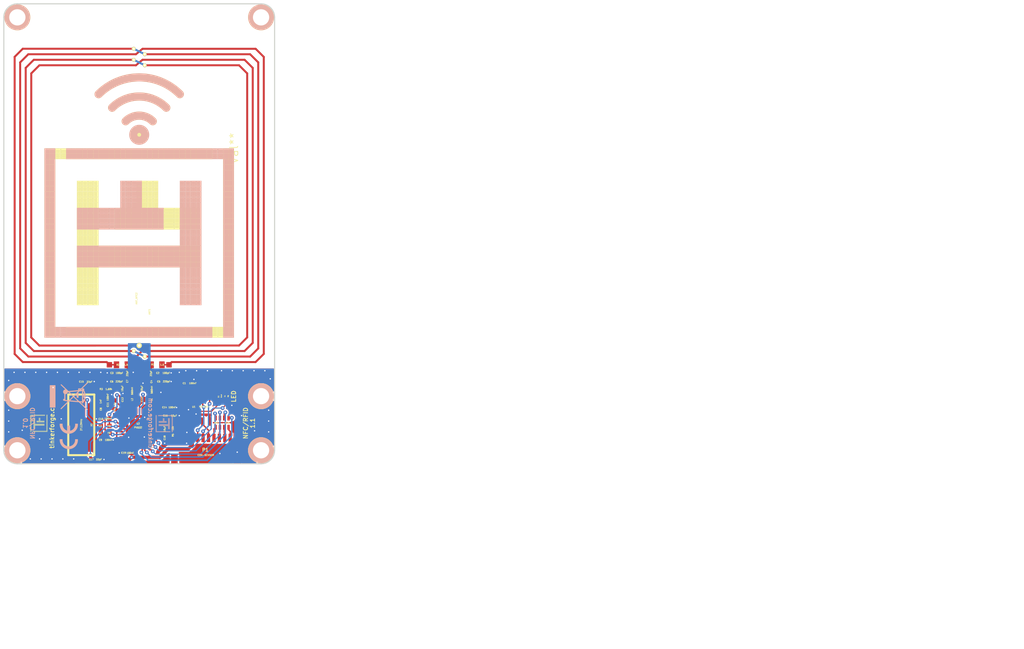
<source format=kicad_pcb>
(kicad_pcb (version 20221018) (generator pcbnew)
  (title_block (title "NFC/RFID Bricklet") (rev "1.0") (company "Tinkerforge GmbH") (comment 1 "Licensed under CERN OHL v.1.1") (comment 2 "Copyright (©) 2014, B.Nordmeyer <bastian@tinkerforge.com>"))
  (layers (0 "F.Cu" signal "Vorderseite") (31 "B.Cu" signal "Rückseite") (34 "B.Paste" user) (35 "F.Paste" user) (36 "B.SilkS" user) (37 "F.SilkS" user) (38 "B.Mask" user) (39 "F.Mask" user) (44 "Edge.Cuts" user))
  (net 0 "")
  (net 1 "GND")
  (net 2 "MISO")
  (net 3 "MOSI")
  (net 4 "NSS")
  (net 5 "SCK")
  (net 6 "VCC")
  (net 7 "Net-(ANT1-Pad1)")
  (net 8 "Net-(ANT1-Pad3)")
  (net 9 "Net-(C2-Pad2)")
  (net 10 "Net-(C3-Pad1)")
  (net 11 "Net-(C4-Pad1)")
  (net 12 "Net-(C6-Pad1)")
  (net 13 "Net-(C8-Pad1)")
  (net 14 "Net-(C8-Pad2)")
  (net 15 "Net-(C10-Pad2)")
  (net 16 "Net-(C11-Pad2)")
  (net 17 "Net-(C13-Pad2)")
  (net 18 "Net-(C15-Pad1)")
  (net 19 "Net-(C17-Pad1)")
  (net 20 "Net-(D1-Pad2)")
  (net 21 "Net-(L1-Pad2)")
  (net 22 "Net-(L2-Pad2)")
  (net 23 "Net-(P1-Pad4)")
  (net 24 "Net-(P1-Pad5)")
  (net 25 "Net-(P1-Pad6)")
  (net 26 "Net-(P1-Pad7)")
  (net 27 "Net-(P1-Pad8)")
  (net 28 "Net-(P1-Pad9)")
  (net 29 "Net-(P1-Pad10)")
  (net 30 "Net-(R5-Pad1)")
  (net 31 "Net-(R6-Pad1)")
  (footprint "SOIC8" (layer "F.Cu") (at 130.2 120.4)
    (fp_text reference "U1")
    (fp_text value "M24C64")
  )
  (footprint "QFN40-6x6" (layer "F.Cu") (at 118.9 124.2 180)
    (fp_text reference "U2")
    (fp_text value "PN532")
  )
  (footprint "NFC_ANTENNA2" (layer "F.Cu") (at 119.1 112.1 90)
    (fp_text reference "ANT1")
    (fp_text value "ANT_NFC2")
  )
  (footprint "DRILL_NP" (layer "F.Cu") (at 141.6 128.4)
    (fp_text reference "U4" hide)
    (fp_text value "DRILL" hide)
  )
  (footprint "DRILL_NP" (layer "F.Cu") (at 96.6 48.4)
    (fp_text reference "U6" hide)
    (fp_text value "DRILL" hide)
  )
  (footprint "DRILL_NP" (layer "F.Cu") (at 141.6 48.4)
    (fp_text reference "U5" hide)
    (fp_text value "DRILL" hide)
  )
  (footprint "DRILL_NP" (layer "F.Cu") (at 96.6 128.4)
    (fp_text reference "U3" hide)
    (fp_text value "DRILL" hide)
  )
  (footprint "CON-SENSOR" (layer "F.Cu") (at 131.4 130.9)
    (fp_text reference "P1")
    (fp_text value "CON-SENSOR")
  )
  (footprint "0805" (layer "F.Cu") (at 121.4 118 -90)
    (fp_text reference "L1")
    (fp_text value "560nH")
  )
  (footprint "0805" (layer "F.Cu") (at 119.6 118 -90)
    (fp_text reference "C13")
    (fp_text value "10µF")
  )
  (footprint "0805" (layer "F.Cu") (at 117.8 118 -90)
    (fp_text reference "L2")
    (fp_text value "560nH")
  )
  (footprint "0805" (layer "F.Cu") (at 123.8 125.2 90)
    (fp_text reference "C18")
    (fp_text value "10µF")
  )
  (footprint "0805" (layer "F.Cu") (at 115.9 112.6)
    (fp_text reference "R2")
    (fp_text value "1.5")
  )
  (footprint "0805" (layer "F.Cu") (at 122.3 112.6)
    (fp_text reference "R1")
    (fp_text value "1.5")
  )
  (footprint "0805" (layer "F.Cu") (at 124.7 122 180)
    (fp_text reference "C16")
    (fp_text value "10µF")
  )
  (footprint "0805" (layer "F.Cu") (at 116 118 -90)
    (fp_text reference "C12")
    (fp_text value "10µF")
  )
  (footprint "0603X4" (layer "F.Cu") (at 134.4 123.3 180)
    (fp_text reference "RP1")
    (fp_text value "270")
  )
  (footprint "0603" (layer "F.Cu") (at 114.8 114.1 180)
    (fp_text reference "C3")
    (fp_text value "100pF")
  )
  (footprint "0603" (layer "F.Cu") (at 123.4 114.1 180)
    (fp_text reference "C2")
    (fp_text value "100pF")
  )
  (footprint "0603" (layer "F.Cu") (at 121.3 114.9 90)
    (fp_text reference "C4")
    (fp_text value "22pF")
  )
  (footprint "0603" (layer "F.Cu") (at 125.3 125 -90)
    (fp_text reference "R5")
    (fp_text value "10k")
  )
  (footprint "0603" (layer "F.Cu") (at 112.8 117.1)
    (fp_text reference "R3")
    (fp_text value "1.69k")
  )
  (footprint "0603" (layer "F.Cu") (at 112 120 90)
    (fp_text reference "C8")
    (fp_text value "1nF")
  )
  (footprint "0603" (layer "F.Cu") (at 116.9 128.9)
    (fp_text reference "C19")
    (fp_text value "100nF")
  )
  (footprint "0603" (layer "F.Cu") (at 116.9 114.9 -90)
    (fp_text reference "C7")
    (fp_text value "22pF")
  )
  (footprint "0603" (layer "F.Cu") (at 123.4 115.7 180)
    (fp_text reference "C5")
    (fp_text value "220pF")
  )
  (footprint "0603" (layer "F.Cu") (at 114.8 115.7 180)
    (fp_text reference "C6")
    (fp_text value "220pF")
  )
  (footprint "0603" (layer "F.Cu") (at 124.5 120.5 180)
    (fp_text reference "C14")
    (fp_text value "100nF")
  )
  (footprint "0603" (layer "F.Cu") (at 114.6 120 90)
    (fp_text reference "R4")
    (fp_text value "1k")
  )
  (footprint "0603" (layer "F.Cu") (at 113.3 119.2 -90)
    (fp_text reference "C11")
    (fp_text value "100nF")
  )
  (footprint "0603" (layer "F.Cu") (at 112.8 122.6)
    (fp_text reference "C10")
    (fp_text value "100nF")
  )
  (footprint "0603" (layer "F.Cu") (at 112.8 123.9)
    (fp_text reference "L3")
    (fp_text value "FB")
  )
  (footprint "0603" (layer "F.Cu") (at 112.8 126.5 180)
    (fp_text reference "C9")
    (fp_text value "100nF")
  )
  (footprint "0603" (layer "F.Cu") (at 112.8 125.2)
    (fp_text reference "L4")
    (fp_text value "FB")
  )
  (footprint "0603" (layer "F.Cu") (at 111 130.1)
    (fp_text reference "C17")
    (fp_text value "33pF")
  )
  (footprint "0603" (layer "F.Cu") (at 109.2 115.7)
    (fp_text reference "C15")
    (fp_text value "33pF")
  )
  (footprint "0603" (layer "F.Cu") (at 128.4 116)
    (fp_text reference "C1")
    (fp_text value "100nF")
  )
  (footprint "US" (layer "F.Cu") (at 108.4 123.7 -90)
    (fp_text reference "X1")
    (fp_text value "27.12MHz")
  )
  (footprint "DRILL_NP" (layer "F.Cu") (at 96.6 118.4)
    (fp_text reference "U7" hide)
    (fp_text value "DRILL" hide)
  )
  (footprint "DRILL_NP" (layer "F.Cu") (at 141.6 118.4)
    (fp_text reference "U8" hide)
    (fp_text value "DRILL" hide)
  )
  (footprint "TF_ICON_35" (layer "F.Cu") (at 101.6 107.6 90)
    (fp_text reference "TF_ICON_35" hide)
    (fp_text value "")
  )
  (footprint "Logo_31x31" (layer "F.Cu") (at 99 125 90)
    (fp_text reference "G***" hide)
    (fp_text value "Logo_31x31" hide)
  )
  (footprint "Fiducial_Mark" (layer "F.Cu") (at 100.6 116.4)
    (fp_text reference "Fiducial_Mark" hide)
    (fp_text value "VAL**" hide)
  )
  (footprint "Fiducial_Mark" (layer "F.Cu") (at 137.6 115.4)
    (fp_text reference "Fiducial_Mark" hide)
    (fp_text value "VAL**" hide)
  )
  (footprint "Fiducial_Mark" (layer "F.Cu") (at 101.1 128.4)
    (fp_text reference "Fiducial_Mark" hide)
    (fp_text value "VAL**" hide)
  )
  (footprint "TF_ICON_35_FLIP" (layer "F.Cu") (at 136.6 72.6 -90)
    (fp_text reference "TF_ICON_35_FLIP" hide)
    (fp_text value "Val**")
  )
  (footprint "D0603" (layer "F.Cu") (at 133.95 118.45 90)
    (fp_text reference "D1")
    (fp_text value "blue")
  )
  (footprint "0603" (layer "F.Cu") (at 135.3 118.45 90)
    (fp_text reference "R6")
    (fp_text value "1k")
  )
  (footprint "WEEE_7mm" (layer "B.Cu") (at 106.1 118.4 -90)
    (fp_text reference "VAL" hide)
    (fp_text value "WEEE_7mm" hide)
  )
  (footprint "CE_5mm" (layer "B.Cu") (at 106.1 125.8 90)
    (fp_text reference "VAL" hide)
    (fp_text value "CE_5mm" hide)
  )
  (footprint "Logo_31x31m" (layer "B.Cu") (at 125.3 121.9 -90)
    (fp_text reference "G***" hide)
    (fp_text value "LOGO" hide)
  )
  (gr_line (start 144.1 128.4) (end 144.1 48.4) (stroke (width 0.2)) (layer "Edge.Cuts"))
  (gr_arc (start 96.6 130.9) (mid 94.832233 130.167767) (end 94.1 128.4) (stroke (width 0.2)) (layer "Edge.Cuts"))
  (gr_line (start 96.6 45.9) (end 141.6 45.9) (stroke (width 0.2)) (layer "Edge.Cuts"))
  (gr_arc (start 144.1 128.4) (mid 143.367767 130.167767) (end 141.6 130.9) (stroke (width 0.2)) (layer "Edge.Cuts"))
  (gr_line (start 141.6 130.9) (end 96.6 130.9) (stroke (width 0.2)) (layer "Edge.Cuts"))
  (gr_line (start 94.1 48.4) (end 94.1 128.4) (stroke (width 0.2)) (layer "Edge.Cuts"))
  (gr_arc (start 141.6 45.9) (mid 143.367767 46.632233) (end 144.1 48.4) (stroke (width 0.2)) (layer "Edge.Cuts"))
  (gr_arc (start 94.1 48.4) (mid 94.832233 46.632233) (end 96.6 45.9) (stroke (width 0.2)) (layer "Edge.Cuts"))
  (gr_text "tinkerforge.com" (at 121.2 123.4 270) (layer "B.SilkS") (effects (font (size 0.8 0.8)) (justify mirror)))
  (gr_text "NFC/RFID\n1.0" (at 98.7 123.4 270) (layer "B.SilkS") (effects (font (size 0.8 0.8)) (justify mirror)))
  (gr_text "LED" (at 136.55 118.45 90) (layer "F.SilkS") (effects (font (size 0.8 0.8))))
  (gr_text "NFC/RFID\n1.1" (at 139.4 123.4 90) (layer "F.SilkS") (effects (font (size 0.8 0.8))))
  (gr_text "tinkerforge.com" (at 103 123.4 90) (layer "F.SilkS") (effects (font (size 0.8 0.8))))
  (segment (start 119.8 116) (end 119.8 116.99924) (width 0.29972) (layer "F.Cu") (net 1))
  (segment (start 113.7001 118.3999) (end 114 118.1) (width 0.29972) (layer "F.Cu") (net 1))
  (segment (start 117.65032 125.44968) (end 118.9 124.2) (width 0.25) (layer "F.Cu") (net 1))
  (segment (start 118.65108 124.44892) (end 118.9 124.2) (width 0.25) (layer "F.Cu") (net 1))
  (segment (start 118.1507 123.4507) (end 118.9 124.2) (width 0.25) (layer "F.Cu") (net 1))
  (segment (start 120.14968 122.95032) (end 118.9 124.2) (width 0.25) (layer "F.Cu") (net 1))
  (segment (start 128.29754 120.99754) (end 128.2 120.9) (width 0.25) (layer "F.Cu") (net 1))
  (segment (start 129.56754 121.73246) (end 129.6 121.7) (width 0.25) (layer "F.Cu") (net 1))
  (segment (start 112.6 130.1) (end 111.8001 130.1) (width 0.25) (layer "F.Cu") (net 1))
  (segment (start 129.2001 115.3001) (end 129.2 115.3) (width 0.25) (layer "F.Cu") (net 1))
  (segment (start 116.4021 121.9521) (end 118.65 124.2) (width 0.2) (layer "F.Cu") (net 1))
  (segment (start 118.65 124.2) (end 118.9 124.2) (width 0.2) (layer "F.Cu") (net 1))
  (segment (start 121.1479 121.7021) (end 118.9 123.95) (width 0.2) (layer "F.Cu") (net 1))
  (segment (start 118.9 123.95) (end 118.9 124.2) (width 0.2) (layer "F.Cu") (net 1))
  (segment (start 127.85 127.1) (end 127.89988 127.05012) (width 0.25) (layer "F.Cu") (net 1))
  (segment (start 127.89988 127.05012) (end 127.89988 126.1248) (width 0.25) (layer "F.Cu") (net 1))
  (segment (start 127.89988 125.10012) (end 127.9 125.1) (width 0.25) (layer "F.Cu") (net 1))
  (segment (start 120.1 122.3) (end 118.9 123.75) (width 0.25) (layer "F.Cu") (net 1))
  (segment (start 118.9 123.75) (end 118.9 124.2) (width 0.25) (layer "F.Cu") (net 1))
  (segment (start 117.15 126) (end 118.9 124.25) (width 0.25) (layer "F.Cu") (net 1))
  (segment (start 118.9 124.25) (end 118.9 124.2) (width 0.25) (layer "F.Cu") (net 1))
  (segment (start 118.9 124.15) (end 117.2 122.45) (width 0.25) (layer "F.Cu") (net 1))
  (segment (start 118.9 124.8) (end 120.05 125.95) (width 0.25) (layer "F.Cu") (net 1))
  (segment (start 137.19882 128.75118) (end 137.2 128.75) (width 0.25) (layer "F.Cu") (net 1))
  (segment (start 112 114) (end 110 114) (width 0.29972) (layer "F.Cu") (net 1))
  (segment (start 108 114) (end 106 114) (width 0.29972) (layer "F.Cu") (net 1))
  (segment (start 104 114) (end 102 114) (width 0.29972) (layer "F.Cu") (net 1))
  (segment (start 100 114) (end 98 114) (width 0.29972) (layer "F.Cu") (net 1))
  (segment (start 96 114) (end 95 115) (width 0.29972) (layer "F.Cu") (net 1))
  (segment (start 95 115) (end 95 115.5) (width 0.29972) (layer "F.Cu") (net 1))
  (segment (start 126.4 114.1) (end 126.5 114) (width 0.29972) (layer "F.Cu") (net 1))
  (segment (start 127.7 113.7) (end 129.7 113.7) (width 0.29972) (layer "F.Cu") (net 1))
  (segment (start 138.3 113.7) (end 140.3 113.7) (width 0.29972) (layer "F.Cu") (net 1))
  (segment (start 142.3 113.7) (end 143.3 114.7) (width 0.29972) (layer "F.Cu") (net 1))
  (segment (start 143.3 114.7) (end 143.3 115.2) (width 0.29972) (layer "F.Cu") (net 1))
  (segment (start 143 121) (end 143 123) (width 0.29972) (layer "F.Cu") (net 1))
  (segment (start 110.4 122.6) (end 109 124) (width 0.29972) (layer "F.Cu") (net 1))
  (segment (start 109 124) (end 103.9 124) (width 0.29972) (layer "F.Cu") (net 1))
  (segment (start 100 124) (end 97 121) (width 0.29972) (layer "F.Cu") (net 1))
  (segment (start 97 121) (end 95 121) (width 0.29972) (layer "F.Cu") (net 1))
  (segment (start 95 123) (end 95 125) (width 0.29972) (layer "F.Cu") (net 1))
  (segment (start 101 130) (end 103 130) (width 0.29972) (layer "F.Cu") (net 1))
  (segment (start 105 130) (end 107 130) (width 0.29972) (layer "F.Cu") (net 1))
  (segment (start 138 122) (end 140.4 124.8) (width 0.29972) (layer "F.Cu") (net 1))
  (segment (start 103 124) (end 100 124) (width 0.29972) (layer "F.Cu") (net 1))
  (segment (start 97 123) (end 97.5 124.7) (width 0.29972) (layer "F.Cu") (net 1))
  (segment (start 103.9 124) (end 103 124) (width 0.29972) (layer "F.Cu") (net 1))
  (segment (start 103.9 123.4) (end 104.7 122.6) (width 0.29972) (layer "F.Cu") (net 1))
  (segment (start 100.5 126.1) (end 100.7 126.3) (width 0.29972) (layer "F.Cu") (net 1))
  (segment (start 136.3 113.7) (end 134.3 113.7) (width 0.29972) (layer "F.Cu") (net 1))
  (segment (start 99 129.7) (end 99.5 129.2) (width 0.29972) (layer "F.Cu") (net 1))
  (segment (start 99.5 129.2) (end 99.5 127.5) (width 0.29972) (layer "F.Cu") (net 1))
  (segment (start 99.5 127.5) (end 100.7 126.3) (width 0.29972) (layer "F.Cu") (net 1))
  (segment (start 116 117.8) (end 116.1 117.9) (width 0.35) (layer "F.Cu") (net 1))
  (segment (start 95 123) (end 97 123) (width 0.29972) (layer "F.Cu") (net 1))
  (segment (start 100 124) (end 100 126.1) (width 0.29972) (layer "F.Cu") (net 1))
  (segment (start 125 114.1) (end 124.2001 114.1) (width 0.29972) (layer "F.Cu") (net 1))
  (segment (start 116.0999 128.9) (end 115.4 128.9) (width 0.25) (layer "F.Cu") (net 1))
  (segment (start 137.19882 130.00084) (end 137.19882 128.75118) (width 0.25) (layer "F.Cu") (net 1))
  (segment (start 125 115.7) (end 124.2001 115.7) (width 0.29972) (layer "F.Cu") (net 1))
  (segment (start 113.2 115.7) (end 113.9999 115.7) (width 0.29972) (layer "F.Cu") (net 1))
  (segment (start 113.3 118.3999) (end 113.7001 118.3999) (width 0.29972) (layer "F.Cu") (net 1))
  (segment (start 111.9999 122.6) (end 111.2 122.6) (width 0.29972) (layer "F.Cu") (net 1))
  (segment (start 118.9 124.2) (end 118.9 124.15) (width 0.25) (layer "F.Cu") (net 1))
  (segment (start 99 130) (end 99 129.7) (width 0.29972) (layer "F.Cu") (net 1))
  (segment (start 129.56754 123.09748) (end 129.56754 121.73246) (width 0.25) (layer "F.Cu") (net 1))
  (segment (start 121.1479 121.20026) (end 121.1479 121.7021) (width 0.2) (layer "F.Cu") (net 1))
  (segment (start 113.9999 114.1) (end 113.2 114.1) (width 0.29972) (layer "F.Cu") (net 1))
  (segment (start 137.19882 130.00084) (end 125.60118 130.00084) (width 0.25) (layer "F.Cu") (net 1))
  (segment (start 128.29754 120.99754) (end 128.29754 123.09748) (width 0.25) (layer "F.Cu") (net 1))
  (segment (start 110.8 115.7) (end 110.0001 115.7) (width 0.29972) (layer "F.Cu") (net 1))
  (segment (start 125.70076 122) (end 126.5 122) (width 0.25) (layer "F.Cu") (net 1))
  (segment (start 113.6001 126.5) (end 114.3 126.5) (width 0.29972) (layer "F.Cu") (net 1))
  (segment (start 126 120.5) (end 125.3001 120.5) (width 0.25) (layer "F.Cu") (net 1))
  (segment (start 116 116.99924) (end 116 117.8) (width 0.35) (layer "F.Cu") (net 1))
  (segment (start 100.5 126.1) (end 100 126.1) (width 0.29972) (layer "F.Cu") (net 1))
  (segment (start 123.8 126.20076) (end 123.8 127.1) (width 0.25) (layer "F.Cu") (net 1))
  (segment (start 115.90026 121.9521) (end 116.4021 121.9521) (width 0.2) (layer "F.Cu") (net 1))
  (segment (start 103.9 124) (end 103.9 123.4) (width 0.29972) (layer "F.Cu") (net 1))
  (segment (start 115.90026 124.44892) (end 118.65108 124.44892) (width 0.25) (layer "F.Cu") (net 1))
  (segment (start 129.2001 116) (end 129.2001 115.3001) (width 0.25) (layer "F.Cu") (net 1))
  (segment (start 125 114.1) (end 126.4 114.1) (width 0.29972) (layer "F.Cu") (net 1))
  (segment (start 118.1507 121.20026) (end 118.1507 123.4507) (width 0.25) (layer "F.Cu") (net 1))
  (segment (start 120.14968 121.20026) (end 120.14968 122.95032) (width 0.25) (layer "F.Cu") (net 1))
  (segment (start 127.89988 125.10012) (end 127.89988 126.1248) (width 0.25) (layer "F.Cu") (net 1))
  (segment (start 118.9 124.2) (end 118.9 124.8) (width 0.25) (layer "F.Cu") (net 1))
  (segment (start 115.90026 125.44968) (end 117.65032 125.44968) (width 0.25) (layer "F.Cu") (net 1))
  (segment (start 111.9999 122.6) (end 110.4 122.6) (width 0.29972) (layer "F.Cu") (net 1))
  (via (at 126 120.5) (size 0.70104) (drill 0.24892) (layers "F.Cu" "B.Cu") (net 1))
  (via (at 117.15 126) (size 0.70104) (drill 0.24892) (layers "F.Cu" "B.Cu") (net 1))
  (via (at 143 121) (size 0.70104) (drill 0.24892) (layers "F.Cu" "B.Cu") (net 1))
  (via (at 129.2 115.3) (size 0.70104) (drill 0.24892) (layers "F.Cu" "B.Cu") (net 1))
  (via (at 126.5 114) (size 0.70104) (drill 0.24892) (layers "F.Cu" "B.Cu") (net 1))
  (via (at 119.8 116) (size 0.70104) (drill 0.24892) (layers "F.Cu" "B.Cu") (net 1))
  (via (at 98 114) (size 0.70104) (drill 0.24892) (layers "F.Cu" "B.Cu") (net 1))
  (via (at 126.5 122) (size 0.70104) (drill 0.24892) (layers "F.Cu" "B.Cu") (net 1))
  (via (at 137.2 128.75) (size 0.70104) (drill 0.24892) (layers "F.Cu" "B.Cu") (net 1))
  (via (at 97.5 124.7) (size 0.70104) (drill 0.24892) (layers "F.Cu" "B.Cu") (net 1))
  (via (at 136.2 120.1) (size 0.70104) (drill 0.24892) (layers "F.Cu" "B.Cu") (net 1))
  (via (at 110.8 115.7) (size 0.70104) (drill 0.24892) (layers "F.Cu" "B.Cu") (net 1))
  (via (at 111.2 122.6) (size 0.70104) (drill 0.24892) (layers "F.Cu" "B.Cu") (net 1))
  (via (at 129.6 121.7) (size 0.70104) (drill 0.24892) (layers "F.Cu" "B.Cu") (net 1))
  (via (at 138 122) (size 0.70104) (drill 0.24892) (layers "F.Cu" "B.Cu") (net 1))
  (via (at 140.3 113.7) (size 0.70104) (drill 0.24892) (layers "F.Cu" "B.Cu") (net 1))
  (via (at 105 130) (size 0.70104) (drill 0.24892) (layers "F.Cu" "B.Cu") (net 1))
  (via (at 103.2 116.8) (size 0.70104) (drill 0.24892) (layers "F.Cu" "B.Cu") (net 1))
  (via (at 104.7 122.6) (size 0.70104) (drill 0.24892) (layers "F.Cu" "B.Cu") (net 1))
  (via (at 95 123) (size 0.70104) (drill 0.24892) (layers "F.Cu" "B.Cu") (net 1))
  (via (at 128.2 120.9) (size 0.70104) (drill 0.24892) (layers "F.Cu" "B.Cu") (net 1))
  (via (at 112 114) (size 0.70104) (drill 0.24892) (layers "F.Cu" "B.Cu") (net 1))
  (via (at 99 130) (size 0.70104) (drill 0.24892) (layers "F.Cu" "B.Cu") (net 1))
  (via (at 120.05 125.95) (size 0.70104) (drill 0.24892) (layers "F.Cu" "B.Cu") (net 1))
  (via (at 113.2 114.1) (size 0.70104) (drill 0.24892) (layers "F.Cu" "B.Cu") (net 1))
  (via (at 95 121) (size 0.70104) (drill 0.24892) (layers "F.Cu" "B.Cu") (net 1))
  (via (at 136.3 113.7) (size 0.70104) (drill 0.24892) (layers "F.Cu" "B.Cu") (net 1))
  (via (at 116.1 117.9) (size 0.70104) (drill 0.24892) (layers "F.Cu" "B.Cu") (net 1))
  (via (at 95 125) (size 0.70104) (drill 0.24892) (layers "F.Cu" "B.Cu") (net 1))
  (via (at 120.1 122.3) (size 0.70104) (drill 0.24892) (layers "F.Cu" "B.Cu") (net 1))
  (via (at 143.3 115.2) (size 0.70104) (drill 0.24892) (layers "F.Cu" "B.Cu") (net 1))
  (via (at 107 130) (size 0.70104) (drill 0.24892) (layers "F.Cu" "B.Cu") (net 1))
  (via (at 101 130) (size 0.70104) (drill 0.24892) (layers "F.Cu" "B.Cu") (net 1))
  (via (at 100 114) (size 0.70104) (drill 0.24892) (layers "F.Cu" "B.Cu") (net 1))
  (via (at 115.4 128.9) (size 0.70104) (drill 0.24892) (layers "F.Cu" "B.Cu") (net 1))
  (via (at 143 123) (size 0.70104) (drill 0.24892) (layers "F.Cu" "B.Cu") (net 1))
  (via (at 104 114) (size 0.70104) (drill 0.24892) (layers "F.Cu" "B.Cu") (net 1))
  (via (at 140.4 124.8) (size 0.70104) (drill 0.24892) (layers "F.Cu" "B.Cu") (net 1))
  (via (at 134.3 113.7) (size 0.70104) (drill 0.24892) (layers "F.Cu" "B.Cu") (net 1))
  (via (at 117.2 122.45) (size 0.70104) (drill 0.24892) (layers "F.Cu" "B.Cu") (net 1))
  (via (at 143 125) (size 0.70104) (drill 0.24892) (layers "F.Cu" "B.Cu") (net 1))
  (via (at 112.6 130.1) (size 0.70104) (drill 0.24892) (layers "F.Cu" "B.Cu") (net 1))
  (via (at 125 114.1) (size 0.70104) (drill 0.24892) (layers "F.Cu" "B.Cu") (net 1))
  (via (at 134 129) (size 0.70104) (drill 0.24892) (layers "F.Cu" "B.Cu") (net 1))
  (via (at 114 118.1) (size 0.70104) (drill 0.24892) (layers "F.Cu" "B.Cu") (net 1))
  (via (at 96 114) (size 0.70104) (drill 0.24892) (layers "F.Cu" "B.Cu") (net 1))
  (via (at 118 114) (size 0.70104) (drill 0.24892) (layers "F.Cu" "B.Cu") (net 1))
  (via (at 106 114) (size 0.70104) (drill 0.24892) (layers "F.Cu" "B.Cu") (net 1))
  (via (at 129.7 113.7) (size 0.70104) (drill 0.24892) (layers "F.Cu" "B.Cu") (net 1))
  (via (at 113.2 115.7) (size 0.70104) (drill 0.24892) (layers "F.Cu" "B.Cu") (net 1))
  (via (at 103 130) (size 0.70104) (drill 0.24892) (layers "F.Cu" "B.Cu") (net 1))
  (via (at 110 114) (size 0.70104) (drill 0.24892) (layers "F.Cu" "B.Cu") (net 1))
  (via (at 138.3 113.7) (size 0.70104) (drill 0.24892) (layers "F.Cu" "B.Cu") (net 1))
  (via (at 100.7 126.3) (size 0.70104) (drill 0.24892) (layers "F.Cu" "B.Cu") (net 1))
  (via (at 127.85 127.1) (size 0.70104) (drill 0.24892) (layers "F.Cu" "B.Cu") (net 1))
  (via (at 123.8 127.1) (size 0.70104) (drill 0.24892) (layers "F.Cu" "B.Cu") (net 1))
  (via (at 108 114) (size 0.70104) (drill 0.24892) (layers "F.Cu" "B.Cu") (net 1))
  (via (at 142.3 113.7) (size 0.70104) (drill 0.24892) (layers "F.Cu" "B.Cu") (net 1))
  (via (at 125 115.7) (size 0.70104) (drill 0.24892) (layers "F.Cu" "B.Cu") (net 1))
  (via (at 102 114) (size 0.70104) (drill 0.24892) (layers "F.Cu" "B.Cu") (net 1))
  (via (at 127.7 113.7) (size 0.70104) (drill 0.24892) (layers "F.Cu" "B.Cu") (net 1))
  (via (at 131.7 113.7) (size 0.70104) (drill 0.24892) (layers "F.Cu" "B.Cu") (net 1))
  (via (at 127.9 125.1) (size 0.70104) (drill 0.24892) (layers "F.Cu" "B.Cu") (net 1))
  (via (at 95 115.5) (size 0.70104) (drill 0.24892) (layers "F.Cu" "B.Cu") (net 1))
  (via (at 123.1 117.7) (size 0.70104) (drill 0.24892) (layers "F.Cu" "B.Cu") (net 1))
  (via (at 114.3 126.5) (size 0.70104) (drill 0.24892) (layers "F.Cu" "B.Cu") (net 1))
  (segment (start 119.1 109.2) (end 119.8 109.9) (width 0.29972) (layer "B.Cu") (net 1))
  (segment (start 119.8 109.9) (end 120.3 109.9) (width 0.29972) (layer "B.Cu") (net 1))
  (segment (start 120.3 109.9) (end 121 110.6) (width 0.29972) (layer "B.Cu") (net 1))
  (segment (start 121 110.6) (end 121 114.8) (width 0.29972) (layer "B.Cu") (net 1))
  (segment (start 121 114.8) (end 119.8 116) (width 0.29972) (layer "B.Cu") (net 1))
  (segment (start 114 116.5) (end 113.2 115.7) (width 0.25) (layer "B.Cu") (net 1))
  (segment (start 111.2 120.6) (end 113.7 118.1) (width 0.25) (layer "B.Cu") (net 1))
  (segment (start 113.7 118.1) (end 114 118.1) (width 0.25) (layer "B.Cu") (net 1))
  (segment (start 114.3 128.4) (end 112.6 130.1) (width 0.25) (layer "B.Cu") (net 1))
  (segment (start 114.8 128.9) (end 114.3 128.4) (width 0.25) (layer "B.Cu") (net 1))
  (segment (start 126.5 121) (end 126 120.5) (width 0.25) (layer "B.Cu") (net 1))
  (segment (start 126 116.7) (end 125 115.7) (width 0.25) (layer "B.Cu") (net 1))
  (segment (start 125.3 116) (end 125 115.7) (width 0.25) (layer "B.Cu") (net 1))
  (segment (start 129.2 115.3) (end 128.5 116) (width 0.25) (layer "B.Cu") (net 1))
  (segment (start 128.5 116) (end 125.3 116) (width 0.25) (layer "B.Cu") (net 1))
  (segment (start 131.4 115.5) (end 131.2 115.3) (width 0.25) (layer "B.Cu") (net 1))
  (segment (start 131.2 115.3) (end 129.2 115.3) (width 0.25) (layer "B.Cu") (net 1))
  (segment (start 127.9 124.1) (end 129.6 122.4) (width 0.25) (layer "B.Cu") (net 1))
  (segment (start 129.6 122.4) (end 129.6 121.7) (width 0.25) (layer "B.Cu") (net 1))
  (segment (start 127.1 122) (end 128.2 120.9) (width 0.25) (layer "B.Cu") (net 1))
  (segment (start 129.6 121.4) (end 129.95 121.05) (width 0.25) (layer "B.Cu") (net 1))
  (segment (start 129.95 121.05) (end 129.95 119.65) (width 0.25) (layer "B.Cu") (net 1))
  (segment (start 129.95 119.65) (end 131.3 118.3) (width 0.25) (layer "B.Cu") (net 1))
  (segment (start 131.3 118.3) (end 132.7 118.3) (width 0.25) (layer "B.Cu") (net 1))
  (segment (start 132.7 118.3) (end 133.55 119.15) (width 0.25) (layer "B.Cu") (net 1))
  (segment (start 133.55 119.15) (end 133.55 119.85) (width 0.25) (layer "B.Cu") (net 1))
  (segment (start 132.7 116.8) (end 131.4 115.5) (width 0.25) (layer "B.Cu") (net 1))
  (segment (start 122.15 120.5) (end 120.1 122.3) (width 0.25) (layer "B.Cu") (net 1))
  (segment (start 115.4 127.75) (end 117.15 126) (width 0.25) (layer "B.Cu") (net 1))
  (segment (start 117.2 119.1) (end 116.05 117.95) (width 0.25) (layer "B.Cu") (net 1))
  (segment (start 137.2 128.75) (end 137.5 128.45) (width 0.25) (layer "B.Cu") (net 1))
  (segment (start 137.5 128.45) (end 137.5 121.6) (width 0.25) (layer "B.Cu") (net 1))
  (segment (start 137.5 121.6) (end 135.75 119.85) (width 0.25) (layer "B.Cu") (net 1))
  (segment (start 135.75 119.85) (end 133.55 119.85) (width 0.25) (layer "B.Cu") (net 1))
  (segment (start 133.9 116.3) (end 133.4 116.8) (width 0.29972) (layer "B.Cu") (net 1))
  (segment (start 133.4 116.8) (end 132.7 116.8) (width 0.29972) (layer "B.Cu") (net 1))
  (segment (start 112.1 114.1) (end 112 114) (width 0.29972) (layer "B.Cu") (net 1))
  (segment (start 110 114) (end 108 114) (width 0.29972) (layer "B.Cu") (net 1))
  (segment (start 106 114) (end 104 114) (width 0.29972) (layer "B.Cu") (net 1))
  (segment (start 102 114) (end 100 114) (width 0.29972) (layer "B.Cu") (net 1))
  (segment (start 98 114) (end 96 114) (width 0.29972) (layer "B.Cu") (net 1))
  (segment (start 126.5 114) (end 126.8 113.7) (width 0.29972) (layer "B.Cu") (net 1))
  (segment (start 126.8 113.7) (end 127.7 113.7) (width 0.29972) (layer "B.Cu") (net 1))
  (segment (start 129.7 113.7) (end 131.7 113.7) (width 0.29972) (layer "B.Cu") (net 1))
  (segment (start 136.12 116.3) (end 138.3 114.12) (width 0.29972) (layer "B.Cu") (net 1))
  (segment (start 138.3 114.12) (end 138.3 113.7) (width 0.29972) (layer "B.Cu") (net 1))
  (segment (start 140.3 113.7) (end 142.3 113.7) (width 0.29972) (layer "B.Cu") (net 1))
  (segment (start 142.4 121.6) (end 143 121) (width 0.29972) (layer "B.Cu") (net 1))
  (segment (start 143 123) (end 143 125) (width 0.29972) (layer "B.Cu") (net 1))
  (segment (start 95 121) (end 95 123) (width 0.29972) (layer "B.Cu") (net 1))
  (segment (start 99 130) (end 101 130) (width 0.29972) (layer "B.Cu") (net 1))
  (segment (start 103 130) (end 105 130) (width 0.29972) (layer "B.Cu") (net 1))
  (segment (start 134.25 128.75) (end 134 129) (width 0.29972) (layer "B.Cu") (net 1))
  (segment (start 137.6 121.6) (end 138 122) (width 0.29972) (layer "B.Cu") (net 1))
  (segment (start 135.75 119.25) (end 136.2 120.1) (width 0.29972) (layer "B.Cu") (net 1))
  (segment (start 119.8 115.8) (end 118 114) (width 0.29972) (layer "B.Cu") (net 1))
  (segment (start 102 115.6) (end 103.2 116.8) (width 0.29972) (layer "B.Cu") (net 1))
  (segment (start 125.9 120.5) (end 123.1 117.7) (width 0.29972) (layer "B.Cu") (net 1))
  (segment (start 116.1 117.9) (end 116.05 117.95) (width 0.35) (layer "B.Cu") (net 1))
  (segment (start 133.9 116.3) (end 136.12 116.3) (width 0.29972) (layer "B.Cu") (net 1))
  (segment (start 115.4 128.9) (end 115.4 127.75) (width 0.25) (layer "B.Cu") (net 1))
  (segment (start 129.6 121.7) (end 129.6 121.4) (width 0.25) (layer "B.Cu") (net 1))
  (segment (start 126.5 122) (end 126.5 121) (width 0.25) (layer "B.Cu") (net 1))
  (segment (start 123.8 127.1) (end 127.85 127.1) (width 0.25) (layer "B.Cu") (net 1))
  (segment (start 113.2 114.1) (end 113.2 115.7) (width 0.25) (layer "B.Cu") (net 1))
  (segment (start 132.7 118.3) (end 132.7 116.8) (width 0.25) (layer "B.Cu") (net 1))
  (segment (start 114 118.1) (end 114 116.5) (width 0.25) (layer "B.Cu") (net 1))
  (segment (start 137.5 121.6) (end 137.6 121.6) (width 0.29972) (layer "B.Cu") (net 1))
  (segment (start 126 120.5) (end 122.15 120.5) (width 0.25) (layer "B.Cu") (net 1))
  (segment (start 135.75 119.85) (end 135.75 119.25) (width 0.29972) (layer "B.Cu") (net 1))
  (segment (start 137.5 121.6) (end 142.4 121.6) (width 0.29972) (layer "B.Cu") (net 1))
  (segment (start 113.2 115.7) (end 110.8 115.7) (width 0.25) (layer "B.Cu") (net 1))
  (segment (start 137.2 128.75) (end 134.25 128.75) (width 0.29972) (layer "B.Cu") (net 1))
  (segment (start 125 115.7) (end 125 114.1) (width 0.25) (layer "B.Cu") (net 1))
  (segment (start 119.1 109.05) (end 119.1 109.2) (width 0.29972) (layer "B.Cu") (net 1))
  (segment (start 114.3 126.5) (end 114.3 128.4) (width 0.25) (layer "B.Cu") (net 1))
  (segment (start 117.2 122.45) (end 117.2 119.1) (width 0.25) (layer "B.Cu") (net 1))
  (segment (start 126.5 122) (end 127.1 122) (width 0.25) (layer "B.Cu") (net 1))
  (segment (start 126 120.5) (end 125.9 120.5) (width 0.29972) (layer "B.Cu") (net 1))
  (segment (start 127.9 125.1) (end 127.9 124.1) (width 0.25) (layer "B.Cu") (net 1))
  (segment (start 102 114) (end 102 115.6) (width 0.29972) (layer "B.Cu") (net 1))
  (segment (start 138.3 113.7) (end 136.3 113.7) (width 0.29972) (layer "B.Cu") (net 1))
  (segment (start 113.2 114.1) (end 112.1 114.1) (width 0.29972) (layer "B.Cu") (net 1))
  (segment (start 126 120.5) (end 126 116.7) (width 0.25) (layer "B.Cu") (net 1))
  (segment (start 111.2 122.6) (end 111.2 120.6) (width 0.25) (layer "B.Cu") (net 1))
  (segment (start 119.8 116) (end 119.8 115.8) (width 0.29972) (layer "B.Cu") (net 1))
  (segment (start 115.4 128.9) (end 114.8 128.9) (width 0.25) (layer "B.Cu") (net 1))
  (segment (start 134.00122 121.40122) (end 134 121.4) (width 0.25) (layer "F.Cu") (net 2))
  (segment (start 121.6 128.6) (end 121.3 128.3) (width 0.25) (layer "F.Cu") (net 2))
  (segment (start 121.3 128.3) (end 121 128.3) (width 0.25) (layer "F.Cu") (net 2))
  (segment (start 121 128.3) (end 120.64752 127.94752) (width 0.25) (layer "F.Cu") (net 2))
  (segment (start 120.64752 127.94752) (end 120.64752 127.19974) (width 0.25) (layer "F.Cu") (net 2))
  (segment (start 134.00122 122.4491) (end 134.00122 121.40122) (width 0.25) (layer "F.Cu") (net 2))
  (via (at 121.6 128.6) (size 0.70104) (drill 0.24892) (layers "F.Cu" "B.Cu") (net 2))
  (via (at 134 121.4) (size 0.70104) (drill 0.24892) (layers "F.Cu" "B.Cu") (net 2))
  (segment (start 134 125.4) (end 134 121.4) (width 0.25) (layer "B.Cu") (net 2))
  (segment (start 134 125.55) (end 130.45 129.1) (width 0.2) (layer "B.Cu") (net 2))
  (segment (start 130.45 129.1) (end 122.1 129.1) (width 0.2) (layer "B.Cu") (net 2))
  (segment (start 122.1 129.1) (end 121.6 128.6) (width 0.2) (layer "B.Cu") (net 2))
  (segment (start 134 125.4) (end 134 125.55) (width 0.2) (layer "B.Cu") (net 2))
  (segment (start 134.79878 121.60122) (end 135 121.4) (width 0.25) (layer "F.Cu") (net 3))
  (segment (start 120.5 128.8) (end 120.14968 128.44968) (width 0.25) (layer "F.Cu") (net 3))
  (segment (start 120.14968 128.44968) (end 120.14968 127.19974) (width 0.25) (layer "F.Cu") (net 3))
  (segment (start 134.79878 122.4491) (end 134.79878 121.60122) (width 0.25) (layer "F.Cu") (net 3))
  (via (at 135 121.4) (size 0.70104) (drill 0.24892) (layers "F.Cu" "B.Cu") (net 3))
  (via (at 120.5 128.8) (size 0.70104) (drill 0.24892) (layers "F.Cu" "B.Cu") (net 3))
  (segment (start 121.35 129.65) (end 120.5 128.8) (width 0.25) (layer "B.Cu") (net 3))
  (segment (start 135 125.5) (end 130.85 129.65) (width 0.25) (layer "B.Cu") (net 3))
  (segment (start 130.85 129.65) (end 121.35 129.65) (width 0.25) (layer "B.Cu") (net 3))
  (segment (start 135 121.4) (end 135 125.5) (width 0.25) (layer "B.Cu") (net 3))
  (segment (start 136.1509 122.4491) (end 136.2 122.4) (width 0.25) (layer "F.Cu") (net 4))
  (segment (start 119.5 128.8) (end 119.6493 128.6507) (width 0.25) (layer "F.Cu") (net 4))
  (segment (start 119.6493 128.6507) (end 119.6493 127.19974) (width 0.25) (layer "F.Cu") (net 4))
  (segment (start 135.59888 122.4491) (end 136.1509 122.4491) (width 0.25) (layer "F.Cu") (net 4))
  (via (at 119.5 128.8) (size 0.70104) (drill 0.24892) (layers "F.Cu" "B.Cu") (net 4))
  (via (at 136.2 122.4) (size 0.70104) (drill 0.24892) (layers "F.Cu" "B.Cu") (net 4))
  (segment (start 120.75 130.25) (end 119.5 129) (width 0.25) (layer "B.Cu") (net 4))
  (segment (start 119.5 129) (end 119.5 128.8) (width 0.25) (layer "B.Cu") (net 4))
  (segment (start 131.65 130.25) (end 136.2 125.7) (width 0.25) (layer "B.Cu") (net 4))
  (segment (start 136.2 125.7) (end 136.2 122.4) (width 0.25) (layer "B.Cu") (net 4))
  (segment (start 120.75 130.25) (end 131.65 130.25) (width 0.25) (layer "B.Cu") (net 4))
  (segment (start 133.20112 121.70112) (end 133.1 121.6) (width 0.25) (layer "F.Cu") (net 5))
  (segment (start 122.1 127.8) (end 121.49974 127.19974) (width 0.25) (layer "F.Cu") (net 5))
  (segment (start 121.49974 127.19974) (end 121.1479 127.19974) (width 0.25) (layer "F.Cu") (net 5))
  (segment (start 133.20112 122.4491) (end 133.20112 121.70112) (width 0.25) (layer "F.Cu") (net 5))
  (via (at 122.1 127.8) (size 0.70104) (drill 0.24892) (layers "F.Cu" "B.Cu") (net 5))
  (via (at 133.1 121.6) (size 0.70104) (drill 0.24892) (layers "F.Cu" "B.Cu") (net 5))
  (segment (start 122.1 127.85) (end 122.75 128.5) (width 0.2) (layer "B.Cu") (net 5))
  (segment (start 122.75 128.5) (end 129.6 128.5) (width 0.2) (layer "B.Cu") (net 5))
  (segment (start 129.6 128.5) (end 133.1 125) (width 0.2) (layer "B.Cu") (net 5))
  (segment (start 133.1 121.6) (end 133.1 125) (width 0.25) (layer "B.Cu") (net 5))
  (segment (start 122.1 127.8) (end 122.1 127.85) (width 0.2) (layer "B.Cu") (net 5))
  (segment (start 122.5507 123.4507) (end 123.29924 124.19924) (width 0.25) (layer "F.Cu") (net 6))
  (segment (start 123.29924 124.19924) (end 123.8 124.19924) (width 0.25) (layer "F.Cu") (net 6))
  (segment (start 121.9479 121.9521) (end 123.4 120.5) (width 0.25) (layer "F.Cu") (net 6))
  (segment (start 123.4 120.5) (end 123.6999 120.5) (width 0.25) (layer "F.Cu") (net 6))
  (segment (start 123.24676 122.45248) (end 123.69924 122) (width 0.25) (layer "F.Cu") (net 6))
  (segment (start 117.65032 128.85022) (end 117.7001 128.9) (width 0.25) (layer "F.Cu") (net 6))
  (segment (start 117.7001 129.6999) (end 117.7 129.7) (width 0.25) (layer "F.Cu") (net 6))
  (segment (start 111.9999 127.5999) (end 114.5 130.1) (width 0.59944) (layer "F.Cu") (net 6))
  (segment (start 114.5 130.1) (end 117.3 130.1) (width 0.59944) (layer "F.Cu") (net 6))
  (segment (start 117.3 130.1) (end 117.7 129.7) (width 0.59944) (layer "F.Cu") (net 6))
  (segment (start 128.90064 127.39936) (end 128.2 128.1) (width 0.59944) (layer "F.Cu") (net 6))
  (segment (start 128.2 128.1) (end 124.5 128.1) (width 0.59944) (layer "F.Cu") (net 6))
  (segment (start 124.5 128.1) (end 122.9 129.7) (width 0.59944) (layer "F.Cu") (net 6))
  (segment (start 122.9 129.7) (end 117.7 129.7) (width 0.59944) (layer "F.Cu") (net 6))
  (segment (start 124.5 120.9) (end 124.4 120.8) (width 0.25) (layer "F.Cu") (net 6))
  (segment (start 124.1 120.5) (end 123.6999 120.5) (width 0.25) (layer "F.Cu") (net 6))
  (segment (start 128.29754 117.49754) (end 127.5999 116.7999) (width 0.25) (layer "F.Cu") (net 6))
  (segment (start 127.5999 116.7999) (end 127.5999 116) (width 0.25) (layer "F.Cu") (net 6))
  (segment (start 126.9 116) (end 124.5 118.4) (width 0.25) (layer "F.Cu") (net 6))
  (segment (start 124.5 118.4) (end 124.5 118.9) (width 0.25) (layer "F.Cu") (net 6))
  (segment (start 124.5 120.9) (end 124.4 120.8) (width 0.25) (layer "F.Cu") (net 6))
  (segment (start 124.4 120.8) (end 124.4 120.7) (width 0.25) (layer "F.Cu") (net 6))
  (segment (start 124.4 120.7) (end 124.4 120.8) (width 0.25) (layer "F.Cu") (net 6))
  (segment (start 124.4 120.8) (end 124.1 120.5) (width 0.25) (layer "F.Cu") (net 6))
  (segment (start 123.8 124.45) (end 125.1501 125.8001) (width 0.29972) (layer "F.Cu") (net 6))
  (segment (start 125.1501 125.8001) (end 125.3 125.8001) (width 0.29972) (layer "F.Cu") (net 6))
  (segment (start 128.90064 124.85064) (end 128.4 124.35) (width 0.35) (layer "F.Cu") (net 6))
  (segment (start 128.4 124.35) (end 126.7501 124.35) (width 0.35) (layer "F.Cu") (net 6))
  (segment (start 126.7501 124.35) (end 126.75005 124.35005) (width 0.35) (layer "F.Cu") (net 6))
  (segment (start 126.75005 124.35005) (end 125.3 125.8001) (width 0.35) (layer "F.Cu") (net 6))
  (segment (start 126.05 123.65) (end 126.05 123.55) (width 0.35) (layer "F.Cu") (net 6))
  (segment (start 126.05 123.55) (end 125.55 123.05) (width 0.35) (layer "F.Cu") (net 6))
  (segment (start 125.55 123.05) (end 125 123.05) (width 0.35) (layer "F.Cu") (net 6))
  (segment (start 125 123.05) (end 124.5 122.55) (width 0.35) (layer "F.Cu") (net 6))
  (segment (start 124.5 122.55) (end 124.5 122.4) (width 0.35) (layer "F.Cu") (net 6))
  (segment (start 124.1 122) (end 124.5 122.4) (width 0.35) (layer "F.Cu") (net 6))
  (segment (start 124.5 122.4) (end 124.5 122) (width 0.35) (layer "F.Cu") (net 6))
  (segment (start 115.1007 124.9493) (end 114.95 125.1) (width 0.25) (layer "F.Cu") (net 6))
  (segment (start 114.95 125.1) (end 114.95 126.05) (width 0.25) (layer "F.Cu") (net 6))
  (segment (start 114.95 126.05) (end 115.05 126.15) (width 0.25) (layer "F.Cu") (net 6))
  (segment (start 115.05 126.15) (end 115.05 127.9) (width 0.25) (layer "F.Cu") (net 6))
  (segment (start 115.05 127.9) (end 114.55 128.4) (width 0.25) (layer "F.Cu") (net 6))
  (segment (start 114.55 128.4) (end 114.55 130.05) (width 0.25) (layer "F.Cu") (net 6))
  (segment (start 114.55 130.05) (end 114.5 130.1) (width 0.25) (layer "F.Cu") (net 6))
  (segment (start 133.95 119.7) (end 132.45 121.2) (width 0.2) (layer "F.Cu") (net 6))
  (segment (start 132.45 121.2) (end 130.5 121.2) (width 0.2) (layer "F.Cu") (net 6))
  (segment (start 130.5 121.2) (end 128.6 119.3) (width 0.2) (layer "F.Cu") (net 6))
  (segment (start 128.6 119.3) (end 124.9 119.3) (width 0.2) (layer "F.Cu") (net 6))
  (segment (start 124.9 119.3) (end 124.5 118.9) (width 0.2) (layer "F.Cu") (net 6))
  (segment (start 124.5 118.9) (end 124.5 120.9) (width 0.25) (layer "F.Cu") (net 6))
  (segment (start 126.75005 124.35005) (end 126.05 123.65) (width 0.35) (layer "F.Cu") (net 6))
  (segment (start 128.90064 126.1248) (end 128.90064 127.39936) (width 0.59944) (layer "F.Cu") (net 6))
  (segment (start 123.8 124.19924) (end 123.8 124.45) (width 0.29972) (layer "F.Cu") (net 6))
  (segment (start 121.89974 123.4507) (end 122.5507 123.4507) (width 0.25) (layer "F.Cu") (net 6))
  (segment (start 117.7001 129.6999) (end 117.7001 128.9) (width 0.25) (layer "F.Cu") (net 6))
  (segment (start 133.95 119.2501) (end 133.95 119.7) (width 0.2) (layer "F.Cu") (net 6))
  (segment (start 127.5999 116) (end 126.9 116) (width 0.25) (layer "F.Cu") (net 6))
  (segment (start 128.29754 117.70252) (end 128.29754 117.49754) (width 0.25) (layer "F.Cu") (net 6))
  (segment (start 111.9999 126.5) (end 111.9999 127.5999) (width 0.59944) (layer "F.Cu") (net 6))
  (segment (start 115.90026 124.9493) (end 115.1007 124.9493) (width 0.25) (layer "F.Cu") (net 6))
  (segment (start 121.89974 122.45248) (end 123.24676 122.45248) (width 0.25) (layer "F.Cu") (net 6))
  (segment (start 128.90064 126.1248) (end 128.90064 124.85064) (width 0.35) (layer "F.Cu") (net 6))
  (segment (start 123.69924 122) (end 124.1 122) (width 0.35) (layer "F.Cu") (net 6))
  (segment (start 111.9999 125.2) (end 111.9999 123.9) (width 0.59944) (layer "F.Cu") (net 6))
  (segment (start 111.9999 126.5) (end 111.9999 125.2) (width 0.59944) (layer "F.Cu") (net 6))
  (segment (start 124.5 122) (end 124.5 120.9) (width 0.25) (layer "F.Cu") (net 6))
  (segment (start 117.65032 127.19974) (end 117.65032 128.85022) (width 0.25) (layer "F.Cu") (net 6))
  (segment (start 121.89974 121.9521) (end 121.9479 121.9521) (width 0.25) (layer "F.Cu") (net 6))
  (via (at 117.7 129.7) (size 0.70104) (drill 0.24892) (layers "F.Cu" "B.Cu") (net 6))
  (segment (start 123.30076 112.6) (end 124.6 112.6) (width 0.25) (layer "F.Cu") (net 7))
  (segment (start 114.89924 112.6) (end 113.6 112.6) (width 0.25) (layer "F.Cu") (net 8))
  (segment (start 121.3 112.60076) (end 121.29924 112.6) (width 0.25) (layer "F.Cu") (net 9))
  (segment (start 121.3001 114.1) (end 121.3 114.0999) (width 0.25) (layer "F.Cu") (net 9))
  (segment (start 121.3 114.0999) (end 121.3 112.60076) (width 0.25) (layer "F.Cu") (net 9))
  (segment (start 122.5999 114.1) (end 121.3001 114.1) (width 0.25) (layer "F.Cu") (net 9))
  (segment (start 116.8999 114.1) (end 116.9 114.0999) (width 0.25) (layer "F.Cu") (net 10))
  (segment (start 116.90076 114.09914) (end 116.9 114.0999) (width 0.25) (layer "F.Cu") (net 10))
  (segment (start 116.90076 112.6) (end 116.90076 114.09914) (width 0.25) (layer "F.Cu") (net 10))
  (segment (start 115.6001 114.1) (end 116.8999 114.1) (width 0.25) (layer "F.Cu") (net 10))
  (segment (start 121.4 115.8001) (end 121.3 115.7001) (width 0.25) (layer "F.Cu") (net 11))
  (segment (start 122.5998 115.7001) (end 122.5999 115.7) (width 0.25) (layer "F.Cu") (net 11))
  (segment (start 121.3 115.7001) (end 122.5998 115.7001) (width 0.25) (layer "F.Cu") (net 11))
  (segment (start 121.4 116.99924) (end 121.4 115.8001) (width 0.25) (layer "F.Cu") (net 11))
  (segment (start 115.6002 115.7001) (end 115.6001 115.7) (width 0.25) (layer "F.Cu") (net 12))
  (segment (start 114.1 117.1) (end 115.6001 115.5999) (width 0.25) (layer "F.Cu") (net 12))
  (segment (start 115.6001 115.5999) (end 115.6001 115.7) (width 0.25) (layer "F.Cu") (net 12))
  (segment (start 117.8 116.2) (end 117.3001 115.7001) (width 0.25) (layer "F.Cu") (net 12))
  (segment (start 117.3001 115.7001) (end 116.9 115.7001) (width 0.25) (layer "F.Cu") (net 12))
  (segment (start 117.8 116.99924) (end 117.8 116.2) (width 0.25) (layer "F.Cu") (net 12))
  (segment (start 116.9 115.7001) (end 115.6002 115.7001) (width 0.25) (layer "F.Cu") (net 12))
  (segment (start 113.6001 117.1) (end 114.1 117.1) (width 0.25) (layer "F.Cu") (net 12))
  (segment (start 116.40026 121.20026) (end 116.0001 120.8001) (width 0.25) (layer "F.Cu") (net 13))
  (segment (start 116.0001 120.8001) (end 114.6 120.8001) (width 0.25) (layer "F.Cu") (net 13))
  (segment (start 116.6521 121.20026) (end 116.40026 121.20026) (width 0.25) (layer "F.Cu") (net 13))
  (segment (start 114.6 120.8001) (end 112 120.8001) (width 0.25) (layer "F.Cu") (net 13))
  (segment (start 112 117.1001) (end 111.9999 117.1) (width 0.25) (layer "F.Cu") (net 14))
  (segment (start 112 119.1999) (end 112 117.1001) (width 0.25) (layer "F.Cu") (net 14))
  (segment (start 113.6001 121.8001) (end 113.6 121.8) (width 0.25) (layer "F.Cu") (net 15))
  (segment (start 115.6 118.9) (end 115.70076 119.00076) (width 0.25) (layer "F.Cu") (net 15))
  (segment (start 116 118.9) (end 115.3 118.2) (width 0.25) (layer "F.Cu") (net 15))
  (segment (start 115.3 118.2) (end 115 118.2) (width 0.25) (layer "F.Cu") (net 15))
  (segment (start 117.65032 120.45032) (end 116.20076 119.00076) (width 0.25) (layer "F.Cu") (net 15))
  (segment (start 116.20076 119.00076) (end 116 119.00076) (width 0.25) (layer "F.Cu") (net 15))
  (segment (start 116 119.00076) (end 116 118.9) (width 0.29972) (layer "F.Cu") (net 15))
  (segment (start 113.6001 123.9) (end 113.6001 122.6) (width 0.25) (layer "F.Cu") (net 15))
  (segment (start 117.65032 121.20026) (end 117.65032 120.45032) (width 0.25) (layer "F.Cu") (net 15))
  (segment (start 113.6001 122.6) (end 113.6001 121.8001) (width 0.25) (layer "F.Cu") (net 15))
  (via (at 115 118.2) (size 0.70104) (drill 0.24892) (layers "F.Cu" "B.Cu") (net 15))
  (via (at 113.6 121.8) (size 0.70104) (drill 0.24892) (layers "F.Cu" "B.Cu") (net 15))
  (segment (start 115 120.4) (end 113.6 121.8) (width 0.25) (layer "B.Cu") (net 15))
  (segment (start 115 118.2) (end 115 120.4) (width 0.25) (layer "B.Cu") (net 15))
  (segment (start 117.15248 120.65248) (end 116.5 120) (width 0.25) (layer "F.Cu") (net 16))
  (segment (start 114.1002 119.1999) (end 113.3 120.0001) (width 0.25) (layer "F.Cu") (net 16))
  (segment (start 115.4001 120) (end 114.6 119.1999) (width 0.25) (layer "F.Cu") (net 16))
  (segment (start 114.6 119.1999) (end 114.1002 119.1999) (width 0.25) (layer "F.Cu") (net 16))
  (segment (start 116.5 120) (end 115.4001 120) (width 0.25) (layer "F.Cu") (net 16))
  (segment (start 117.15248 121.20026) (end 117.15248 120.65248) (width 0.25) (layer "F.Cu") (net 16))
  (segment (start 113.9 125.2) (end 114.2 125.5) (width 0.25) (layer "F.Cu") (net 17))
  (segment (start 119.8 118.1) (end 119.8 119.00076) (width 0.25) (layer "F.Cu") (net 17))
  (segment (start 119.14892 120.05108) (end 119.6 119.6) (width 0.25) (layer "F.Cu") (net 17))
  (segment (start 119.6 119.6) (end 119.6 119.00076) (width 0.25) (layer "F.Cu") (net 17))
  (segment (start 113.6001 125.2) (end 113.9 125.2) (width 0.25) (layer "F.Cu") (net 17))
  (segment (start 119.14892 121.20026) (end 119.14892 120.05108) (width 0.25) (layer "F.Cu") (net 17))
  (via (at 114.2 125.5) (size 0.70104) (drill 0.24892) (layers "F.Cu" "B.Cu") (net 17))
  (via (at 119.8 118.1) (size 0.70104) (drill 0.24892) (layers "F.Cu" "B.Cu") (net 17))
  (segment (start 119.8 120) (end 119.8 118.1) (width 0.25) (layer "B.Cu") (net 17))
  (segment (start 115.7 125.5) (end 119.15 122.05) (width 0.25) (layer "B.Cu") (net 17))
  (segment (start 119.15 122.05) (end 119.15 120.65) (width 0.25) (layer "B.Cu") (net 17))
  (segment (start 119.15 120.65) (end 119.8 120) (width 0.25) (layer "B.Cu") (net 17))
  (segment (start 114.2 125.5) (end 115.7 125.5) (width 0.25) (layer "B.Cu") (net 17))
  (segment (start 115.2507 123.4507) (end 114.9 123.1) (width 0.25) (layer "F.Cu") (net 18))
  (segment (start 114.9 123.1) (end 114.7 123.1) (width 0.25) (layer "F.Cu") (net 18))
  (segment (start 108.3999 119.45048) (end 108.4 119.45058) (width 0.25) (layer "F.Cu") (net 18))
  (segment (start 108.75058 119.1) (end 108.4 119.45058) (width 0.25) (layer "F.Cu") (net 18))
  (segment (start 115.90026 123.4507) (end 115.2507 123.4507) (width 0.25) (layer "F.Cu") (net 18))
  (segment (start 108.3999 115.7) (end 108.3999 119.45048) (width 0.25) (layer "F.Cu") (net 18))
  (segment (start 109.5 119.1) (end 108.75058 119.1) (width 0.25) (layer "F.Cu") (net 18))
  (via (at 114.7 123.1) (size 0.70104) (drill 0.24892) (layers "F.Cu" "B.Cu") (net 18))
  (via (at 109.5 119.1) (size 0.70104) (drill 0.24892) (layers "F.Cu" "B.Cu") (net 18))
  (segment (start 112.5 123.1) (end 112.1 123.5) (width 0.25) (layer "B.Cu") (net 18))
  (segment (start 112.1 123.5) (end 111 123.5) (width 0.25) (layer "B.Cu") (net 18))
  (segment (start 111 123.5) (end 109.5 122) (width 0.25) (layer "B.Cu") (net 18))
  (segment (start 109.5 122) (end 109.5 119.1) (width 0.25) (layer "B.Cu") (net 18))
  (segment (start 114.7 123.1) (end 112.5 123.1) (width 0.25) (layer "B.Cu") (net 18))
  (segment (start 114.84892 123.95108) (end 114.8 124) (width 0.25) (layer "F.Cu") (net 19))
  (segment (start 110.1999 129.74932) (end 108.4 127.94942) (width 0.25) (layer "F.Cu") (net 19))
  (segment (start 110.1 129.3) (end 110.1999 129.3999) (width 0.25) (layer "F.Cu") (net 19))
  (segment (start 110.1999 129.3999) (end 110.1999 130.1) (width 0.25) (layer "F.Cu") (net 19))
  (segment (start 110.1999 130.1) (end 110.1999 129.74932) (width 0.25) (layer "F.Cu") (net 19))
  (segment (start 115.90026 123.95108) (end 114.84892 123.95108) (width 0.25) (layer "F.Cu") (net 19))
  (via (at 114.8 124) (size 0.70104) (drill 0.24892) (layers "F.Cu" "B.Cu") (net 19))
  (via (at 110.1 129.3) (size 0.70104) (drill 0.24892) (layers "F.Cu" "B.Cu") (net 19))
  (segment (start 113 124) (end 110.1 126.9) (width 0.25) (layer "B.Cu") (net 19))
  (segment (start 110.1 126.9) (end 110.1 129.3) (width 0.25) (layer "B.Cu") (net 19))
  (segment (start 114.8 124) (end 113 124) (width 0.25) (layer "B.Cu") (net 19))
  (segment (start 135.3 117.6499) (end 133.95 117.6499) (width 0.2) (layer "F.Cu") (net 20))
  (segment (start 119.6493 120.5507) (end 120.2 120) (width 0.25) (layer "F.Cu") (net 21))
  (segment (start 120.2 120) (end 121 120) (width 0.25) (layer "F.Cu") (net 21))
  (segment (start 121 120) (end 121.4 119.6) (width 0.25) (layer "F.Cu") (net 21))
  (segment (start 121.4 119.6) (end 121.4 119.00076) (width 0.25) (layer "F.Cu") (net 21))
  (segment (start 119.6493 121.20026) (end 119.6493 120.5507) (width 0.25) (layer "F.Cu") (net 21))
  (segment (start 118.65108 120.55108) (end 117.8 119.7) (width 0.25) (layer "F.Cu") (net 22))
  (segment (start 117.8 119.7) (end 117.8 119.00076) (width 0.25) (layer "F.Cu") (net 22))
  (segment (start 118.65108 121.20026) (end 118.65108 120.55108) (width 0.25) (layer "F.Cu") (net 22))
  (segment (start 129.89886 124.70114) (end 129.9 124.7) (width 0.25) (layer "F.Cu") (net 23))
  (segment (start 131 120.4) (end 130.83246 120.23246) (width 0.25) (layer "F.Cu") (net 23))
  (segment (start 130.83246 120.23246) (end 130.83246 117.70252) (width 0.25) (layer "F.Cu") (net 23))
  (segment (start 129.89886 126.1248) (end 129.89886 124.70114) (width 0.25) (layer "F.Cu") (net 23))
  (via (at 131 120.4) (size 0.70104) (drill 0.24892) (layers "F.Cu" "B.Cu") (net 23))
  (via (at 129.9 124.7) (size 0.70104) (drill 0.24892) (layers "F.Cu" "B.Cu") (net 23))
  (segment (start 129.9 124.7) (end 131 123.6) (width 0.25) (layer "B.Cu") (net 23))
  (segment (start 131 123.6) (end 131 120.4) (width 0.25) (layer "B.Cu") (net 23))
  (segment (start 130.89962 124.90038) (end 130.9 124.9) (width 0.25) (layer "F.Cu") (net 24))
  (segment (start 132.1 119.8) (end 132.10246 119.79754) (width 0.25) (layer "F.Cu") (net 24))
  (segment (start 132.10246 119.79754) (end 132.10246 117.70252) (width 0.25) (layer "F.Cu") (net 24))
  (segment (start 130.89962 126.1248) (end 130.89962 124.90038) (width 0.25) (layer "F.Cu") (net 24))
  (via (at 130.9 124.9) (size 0.70104) (drill 0.24892) (layers "F.Cu" "B.Cu") (net 24))
  (via (at 132.1 119.8) (size 0.70104) (drill 0.24892) (layers "F.Cu" "B.Cu") (net 24))
  (segment (start 130.9 124.9) (end 131.9 123.9) (width 0.25) (layer "B.Cu") (net 24))
  (segment (start 131.9 123.9) (end 131.9 120) (width 0.25) (layer "B.Cu") (net 24))
  (segment (start 131.9 120) (end 132.1 119.8) (width 0.25) (layer "B.Cu") (net 24))
  (segment (start 130.83246 123.63246) (end 131.90038 124.70038) (width 0.25) (layer "F.Cu") (net 25))
  (segment (start 131.90038 124.70038) (end 131.90038 126.1248) (width 0.25) (layer "F.Cu") (net 25))
  (segment (start 130.83246 123.09748) (end 130.83246 123.63246) (width 0.25) (layer "F.Cu") (net 25))
  (segment (start 132.90114 124.45088) (end 133.20112 124.1509) (width 0.25) (layer "F.Cu") (net 26))
  (segment (start 132.90114 126.1248) (end 132.90114 124.45088) (width 0.25) (layer "F.Cu") (net 26))
  (segment (start 133.89936 125.10064) (end 134.00122 124.99878) (width 0.25) (layer "F.Cu") (net 27))
  (segment (start 134.00122 124.99878) (end 134.00122 124.1509) (width 0.25) (layer "F.Cu") (net 27))
  (segment (start 133.89936 126.1248) (end 133.89936 125.10064) (width 0.25) (layer "F.Cu") (net 27))
  (segment (start 134.90012 125.20012) (end 134.79878 125.09878) (width 0.25) (layer "F.Cu") (net 28))
  (segment (start 134.79878 125.09878) (end 134.79878 124.1509) (width 0.25) (layer "F.Cu") (net 28))
  (segment (start 134.90012 126.1248) (end 134.90012 125.20012) (width 0.25) (layer "F.Cu") (net 28))
  (segment (start 135.90088 124.90088) (end 135.59888 124.59888) (width 0.25) (layer "F.Cu") (net 29))
  (segment (start 135.59888 124.59888) (end 135.59888 124.1509) (width 0.25) (layer "F.Cu") (net 29))
  (segment (start 135.90088 126.1248) (end 135.90088 124.90088) (width 0.25) (layer "F.Cu") (net 29))
  (segment (start 122.85032 122.95032) (end 123.1 123.2) (width 0.25) (layer "F.Cu") (net 30))
  (segment (start 125.3 124.1) (end 124.4 123.2) (width 0.25) (layer "F.Cu") (net 30))
  (segment (start 124.4 123.2) (end 123.1 123.2) (width 0.25) (layer "F.Cu") (net 30))
  (segment (start 121.89974 122.95032) (end 122.85032 122.95032) (width 0.25) (layer "F.Cu") (net 30))
  (segment (start 125.3 124.1999) (end 125.3 124.1) (width 0.25) (layer "F.Cu") (net 30))
  (segment (start 122.0979 126.4479) (end 122.65 127) (width 0.2) (layer "F.Cu") (net 31))
  (segment (start 122.65 127) (end 122.65 127.05) (width 0.2) (layer "F.Cu") (net 31))
  (segment (start 134.5 120.6) (end 135.3 119.8) (width 0.2) (layer "F.Cu") (net 31))
  (segment (start 135.3 119.8) (end 135.3 119.2501) (width 0.2) (layer "F.Cu") (net 31))
  (segment (start 121.89974 126.4479) (end 122.0979 126.4479) (width 0.2) (layer "F.Cu") (net 31))
  (via (at 122.65 127.05) (size 0.70104) (drill 0.24892) (layers "F.Cu" "B.Cu") (net 31))
  (via (at 134.5 120.6) (size 0.70104) (drill 0.24892) (layers "F.Cu" "B.Cu") (net 31))
  (segment (start 132.4 124.45) (end 132.4 122.05) (width 0.2) (layer "B.Cu") (net 31))
  (segment (start 132.4 121) (end 132.8 120.6) (width 0.2) (layer "B.Cu") (net 31))
  (segment (start 132.8 120.6) (end 134.5 120.6) (width 0.2) (layer "B.Cu") (net 31))
  (segment (start 122.65 127.2) (end 123.35 127.9) (width 0.2) (layer "B.Cu") (net 31))
  (segment (start 123.35 127.9) (end 128.95 127.9) (width 0.2) (layer "B.Cu") (net 31))
  (segment (start 128.95 127.9) (end 132.4 124.45) (width 0.2) (layer "B.Cu") (net 31))
  (segment (start 122.65 127.05) (end 122.65 127.2) (width 0.2) (layer "B.Cu") (net 31))
  (segment (start 132.4 122.05) (end 132.4 121) (width 0.2) (layer "B.Cu") (net 31))
  (zone (net 1) (net_name "GND") (layer "F.Cu") (connect_pads (clearance 0.3)) (min_thickness 0.2) (fill yes (thermal_gap 0.3) (thermal_bridge_width 0.3))
    (polygon (pts (xy 144.1 113.3) (xy 144.1 130.9) (xy 94.1 130.9) (xy 94.1 113.3)))
  )
  (zone (net 1) (net_name "GND") (layer "B.Cu") (connect_pads yes (clearance 0.3)) (min_thickness 0.2) (fill yes (thermal_gap 0.2) (thermal_bridge_width 0.3))
    (polygon (pts (xy 121.2 111.5) (xy 121.2 108.6) (xy 117 108.6) (xy 117 111.5) (xy 117 113.3) (xy 94.1 113.3) (xy 94.1 130.9) (xy 144.1 130.9) (xy 144.1 113.3) (xy 121.2 113.3)))
  )
)
</source>
